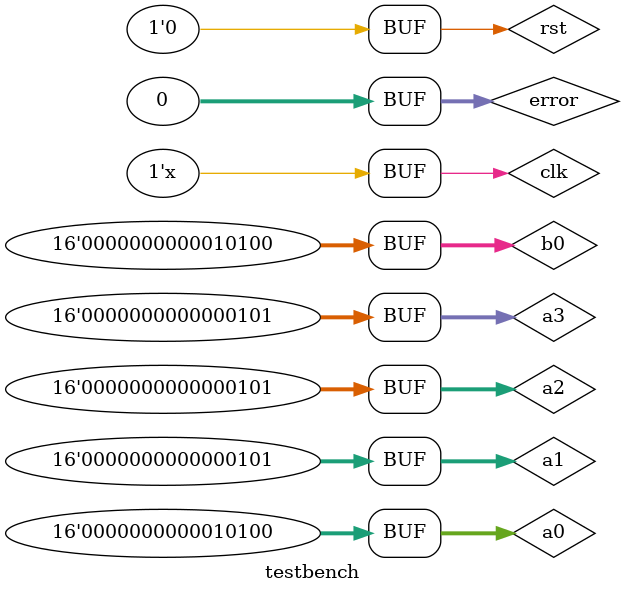
<source format=v>
module testbench();
// Inputs 
reg clk;
reg rst;
reg [15:0] a0 = 0;
reg [15:0] a1 = 0;
reg [15:0] a2 = 0;
reg [15:0] a3 = 0;
reg [15:0] b0 = 0;
// Outputs
wire [31:0] c0, c1, c2, c3;
integer error = 0;

// Instantiate 4 PE module
systolic1x4 dut (
  .clk(clk),
  .rst(rst),
  .a0(a0),
  .a1(a1),
  .a2(a2),
  .a3(a3),
  .b0(b0),
  .c0(c0),
  .c1(c1),
  .c2(c2),
  .c3(c3)
);
// Clock generation
always #5 clk = ~clk; 
// Stimulus
initial begin
  clk = 1;
  #10;
  rst <= 1;
  #10;
  rst <= 0;
  #10;
  a0 = 5; b0 = 5; a1 = 5; a2 = 5; a3 = 5;

  #10;
  a0 = 10; b0 = 10;
  if (c0 != 25)
    // $error("Error: c0=%d", c0);
    error = error + 1;
  if (c1 != 0)
    // $error("Error: c1=%d", c1);
    error = error + 1;
  if (c2 != 0)
    // $error("Error: c2=%d", c2);
    error = error + 1;
  if (c3 != 0)
    // $error("Error: c3=%d", c3);
    error = error + 1;
  #10;
  a0 = 20; b0 = 20;
  if (c0 != 125)
    // $error("Error: c0=%d", c0);
    error = error + 1;
  if (c1 != 25)
    // $error("Error: c1=%d", c1);
    error = error + 1;
  if (c2 != 0)
    // $error("Error: c2=%d", c2);
    error = error + 1;
  if (c3 != 0)
    // $error("Error: c3=%d", c3);
    error = error + 1;
  #10;
  if (c0 != 525)
    // $error("Error: c0=%d", c0);
    error = error + 1;
  if (c1 != 75)
    // $error("Error: c1=%d", c1);
    error = error + 1;
  if (c2 != 25)
    // $error("Error: c2=%d", c2);
    error = error + 1;
  if (c3 != 0)
    // $error("Error: c3=%d", c3);
    error = error + 1;
//     if 
//   $display("===========Your Design passed===========");
if(error==0)
    begin
        $display("===========Your Design Passed===========");
    end
    else
    begin
        $display("===========Error===========");
    end
//   $finish;
end
// Monitor outputs 
// initial begin
//   $monitor("Time=%0t a0=%0d b0=%0d | c0=%0d c1=%0d c2=%0d c3=%0d",
//     $time, a0, b0, c0, c1, c2, c3);
// end
endmodule
</source>
